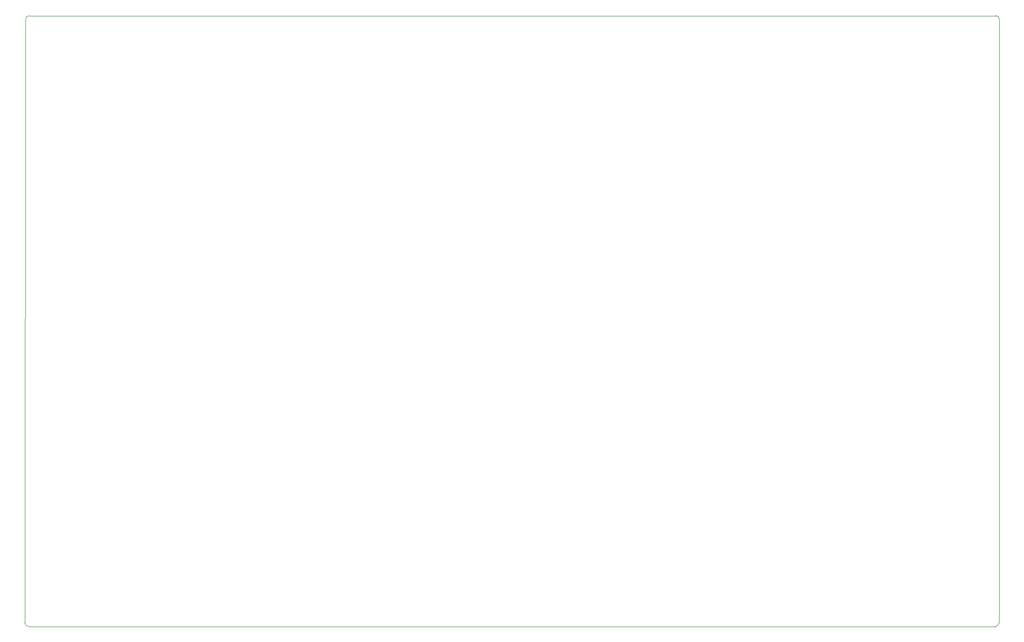
<source format=gbr>
%TF.GenerationSoftware,KiCad,Pcbnew,(6.0.1-0)*%
%TF.CreationDate,2023-01-20T10:28:09-08:00*%
%TF.ProjectId,ESC Mother,45534320-4d6f-4746-9865-722e6b696361,rev?*%
%TF.SameCoordinates,Original*%
%TF.FileFunction,Profile,NP*%
%FSLAX46Y46*%
G04 Gerber Fmt 4.6, Leading zero omitted, Abs format (unit mm)*
G04 Created by KiCad (PCBNEW (6.0.1-0)) date 2023-01-20 10:28:09*
%MOMM*%
%LPD*%
G01*
G04 APERTURE LIST*
%TA.AperFunction,Profile*%
%ADD10C,0.100000*%
%TD*%
G04 APERTURE END LIST*
D10*
X27110000Y-26200001D02*
G75*
G03*
X26500000Y-26847923I26181J-635758D01*
G01*
X27110000Y-26200000D02*
X191800000Y-26200000D01*
X26350000Y-129734017D02*
X26500000Y-26847923D01*
X192450000Y-26810000D02*
X192400000Y-129688928D01*
X192450000Y-26810000D02*
G75*
G03*
X191800000Y-26200000I-641927J-32709D01*
G01*
X26350001Y-129734017D02*
G75*
G03*
X27020000Y-130350000I646623J30959D01*
G01*
X191780000Y-130340001D02*
G75*
G03*
X192400000Y-129688928I-49325J667713D01*
G01*
X191780000Y-130340000D02*
X27020000Y-130350000D01*
M02*

</source>
